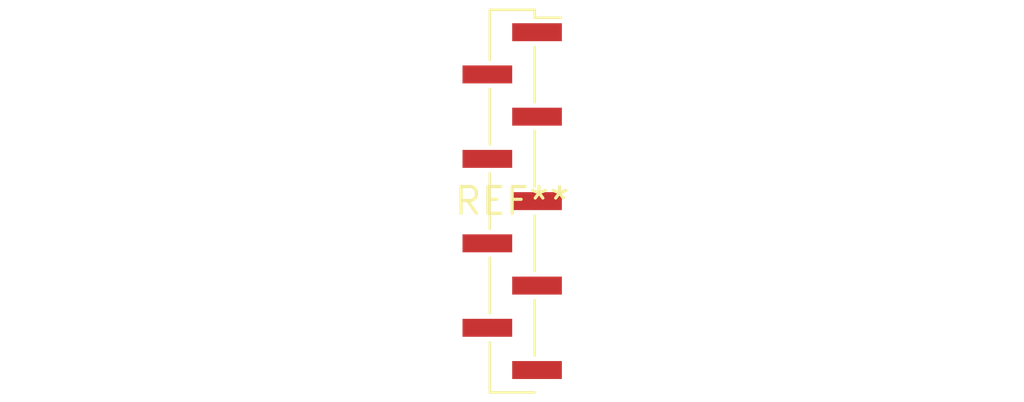
<source format=kicad_pcb>
(kicad_pcb (version 20240108) (generator pcbnew)
  (layers (0 "F.Cu" signal) (31 "B.Cu" signal) (34 "B.Paste" user) (35 "F.Paste" user) (36 "B.SilkS" user "B.Silkscreen") (37 "F.SilkS" user "F.Silkscreen") (38 "B.Mask" user) (39 "F.Mask" user) (44 "Edge.Cuts" user))
  (net 0 "")
  (footprint "PinHeader_1x09_P2.00mm_Vertical_SMD_Pin1Right" (layer "F.Cu") (at 0 0)
    (property "Reference" "REF**")
    (property "Value" "PinHeader_1x09_P2.00mm_Vertical_SMD_Pin1Right")
    (fp_line (start -1.06 -9.06) (end -1.06 -6.685) (layer "F.SilkS") (stroke (width 0.12)))
    (fp_line (start -1.06 -9.06) (end 1.06 -9.06) (layer "F.SilkS") (stroke (width 0.12)))
    (fp_line (start -1.06 -5.315) (end -1.06 -2.685) (layer "F.SilkS") (stroke (width 0.12)))
    (fp_line (start -1.06 -1.315) (end -1.06 1.315) (layer "F.SilkS") (stroke (width 0.12)))
    (fp_line (start -1.06 2.685) (end -1.06 5.315) (layer "F.SilkS") (stroke (width 0.12)))
    (fp_line (start -1.06 6.685) (end -1.06 9.06) (layer "F.SilkS") (stroke (width 0.12)))
    (fp_line (start -1.06 8.685) (end -1.06 9.06) (layer "F.SilkS") (stroke (width 0.12)))
    (fp_line (start -1.06 9.06) (end 1.06 9.06) (layer "F.SilkS") (stroke (width 0.12)))
    (fp_line (start 1.06 -9.06) (end 1.06 -8.685) (layer "F.SilkS") (stroke (width 0.12)))
    (fp_line (start 1.06 -8.685) (end 2.29 -8.685) (layer "F.SilkS") (stroke (width 0.12)))
    (fp_line (start 1.06 -7.315) (end 1.06 -4.685) (layer "F.SilkS") (stroke (width 0.12)))
    (fp_line (start 1.06 -3.315) (end 1.06 -0.685) (layer "F.SilkS") (stroke (width 0.12)))
    (fp_line (start 1.06 0.685) (end 1.06 3.315) (layer "F.SilkS") (stroke (width 0.12)))
    (fp_line (start 1.06 4.685) (end 1.06 7.315) (layer "F.SilkS") (stroke (width 0.12)))
    (pad "1" smd rect (at 1.175 -8) (size 2.35 0.85) (layers "F.Cu" "F.Paste" "F.Mask"))
    (pad "2" smd rect (at -1.175 -6) (size 2.35 0.85) (layers "F.Cu" "F.Paste" "F.Mask"))
    (pad "3" smd rect (at 1.175 -4) (size 2.35 0.85) (layers "F.Cu" "F.Paste" "F.Mask"))
    (pad "4" smd rect (at -1.175 -2) (size 2.35 0.85) (layers "F.Cu" "F.Paste" "F.Mask"))
    (pad "5" smd rect (at 1.175 0) (size 2.35 0.85) (layers "F.Cu" "F.Paste" "F.Mask"))
    (pad "6" smd rect (at -1.175 2) (size 2.35 0.85) (layers "F.Cu" "F.Paste" "F.Mask"))
    (pad "7" smd rect (at 1.175 4) (size 2.35 0.85) (layers "F.Cu" "F.Paste" "F.Mask"))
    (pad "8" smd rect (at -1.175 6) (size 2.35 0.85) (layers "F.Cu" "F.Paste" "F.Mask"))
    (pad "9" smd rect (at 1.175 8) (size 2.35 0.85) (layers "F.Cu" "F.Paste" "F.Mask"))
  )
)
</source>
